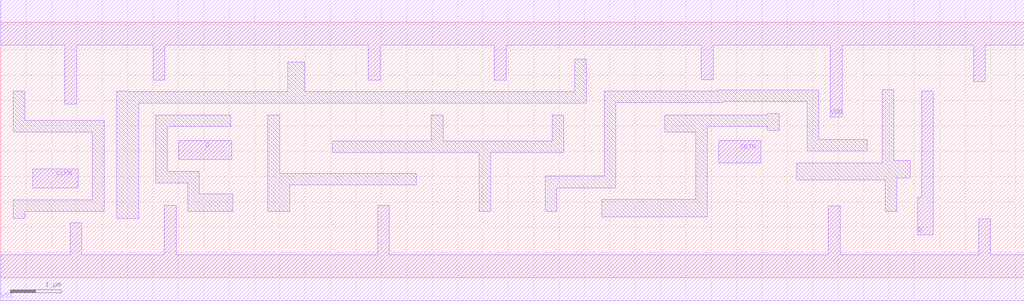
<source format=lef>
# Copyright 2022 GlobalFoundries PDK Authors
#
# Licensed under the Apache License, Version 2.0 (the "License");
# you may not use this file except in compliance with the License.
# You may obtain a copy of the License at
#
#      http://www.apache.org/licenses/LICENSE-2.0
#
# Unless required by applicable law or agreed to in writing, software
# distributed under the License is distributed on an "AS IS" BASIS,
# WITHOUT WARRANTIES OR CONDITIONS OF ANY KIND, either express or implied.
# See the License for the specific language governing permissions and
# limitations under the License.

MACRO gf180mcu_fd_sc_mcu9t5v0__dffnsnq_1
  CLASS core ;
  FOREIGN gf180mcu_fd_sc_mcu9t5v0__dffnsnq_1 0.0 0.0 ;
  ORIGIN 0 0 ;
  SYMMETRY X Y ;
  SITE GF018hv5v_green_sc9 ;
  SIZE 20.16 BY 5.04 ;
  PIN D
    DIRECTION INPUT ;
    ANTENNAGATEAREA 0.854 ;
    PORT
      LAYER METAL1 ;
        POLYGON 3.51 2.33 4.55 2.33 4.55 2.71 3.51 2.71  ;
    END
  END D
  PIN SETN
    DIRECTION INPUT ;
    ANTENNAGATEAREA 1.854 ;
    PORT
      LAYER METAL1 ;
        POLYGON 14.15 2.265 14.975 2.265 14.975 2.71 14.15 2.71  ;
    END
  END SETN
  PIN CLKN
    DIRECTION INPUT ;
    USE clock ;
    ANTENNAGATEAREA 1.164 ;
    PORT
      LAYER METAL1 ;
        POLYGON 0.63 1.77 1.53 1.77 1.53 2.15 0.63 2.15  ;
    END
  END CLKN
  PIN Q
    DIRECTION OUTPUT ;
    ANTENNADIFFAREA 1.386 ;
    PORT
      LAYER METAL1 ;
        POLYGON 18.07 0.845 18.375 0.845 18.375 3.685 18.145 3.685 18.145 1.59 18.07 1.59  ;
    END
  END Q
  PIN VDD
    DIRECTION INOUT ;
    USE power ;
    SHAPE ABUTMENT ;
    PORT
      LAYER METAL1 ;
        POLYGON 0 4.59 1.265 4.59 1.265 3.425 1.495 3.425 1.495 4.59 2.035 4.59 3.005 4.59 3.005 3.905 3.235 3.905 3.235 4.59 7.245 4.59 7.245 3.905 7.475 3.905 7.475 4.59 9.725 4.59 9.725 3.905 9.955 3.905 9.955 4.59 11.535 4.59 13.805 4.59 13.805 3.915 14.035 3.915 14.035 4.59 16.345 4.59 16.345 3.175 16.575 3.175 16.575 4.59 17.07 4.59 17.915 4.59 19.165 4.59 19.165 3.875 19.395 3.875 19.395 4.59 20.16 4.59 20.16 5.49 17.915 5.49 17.07 5.49 11.535 5.49 2.035 5.49 0 5.49  ;
    END
  END VDD
  PIN VSS
    DIRECTION INOUT ;
    USE ground ;
    SHAPE ABUTMENT ;
    PORT
      LAYER METAL1 ;
        POLYGON 0 -0.45 20.16 -0.45 20.16 0.45 19.495 0.45 19.495 1.165 19.265 1.165 19.265 0.45 16.535 0.45 16.535 1.42 16.305 1.42 16.305 0.45 7.655 0.45 7.655 1.425 7.425 1.425 7.425 0.45 3.455 0.45 3.455 1.425 3.225 1.425 3.225 0.45 1.595 0.45 1.595 1.08 1.365 1.08 1.365 0.45 0 0.45  ;
    END
  END VSS
  OBS
      LAYER METAL1 ;
        POLYGON 0.245 2.875 1.805 2.875 1.805 1.54 0.245 1.54 0.245 1.17 0.475 1.17 0.475 1.31 2.035 1.31 2.035 3.105 0.475 3.105 0.475 3.685 0.245 3.685  ;
        POLYGON 3.05 1.87 3.685 1.87 3.685 1.315 4.575 1.315 4.575 1.655 3.915 1.655 3.915 2.1 3.28 2.1 3.28 2.985 4.53 2.985 4.53 3.215 3.05 3.215  ;
        POLYGON 5.265 1.315 5.695 1.315 5.695 1.83 8.19 1.83 8.19 2.06 5.495 2.06 5.495 3.215 5.265 3.215  ;
        POLYGON 6.53 2.47 9.425 2.47 9.425 1.315 9.655 1.315 9.655 2.47 11.095 2.47 11.095 3.215 10.865 3.215 10.865 2.7 8.715 2.7 8.715 3.215 8.485 3.215 8.485 2.7 6.53 2.7  ;
        POLYGON 2.285 1.17 2.715 1.17 2.715 3.445 11.535 3.445 11.535 4.315 11.305 4.315 11.305 3.675 5.99 3.675 5.99 4.26 5.65 4.26 5.65 3.675 2.515 3.675 2.515 3.685 2.285 3.685  ;
        POLYGON 13.085 2.875 13.69 2.875 13.69 1.545 11.845 1.545 11.845 1.205 13.92 1.205 13.92 2.985 15.105 2.985 15.105 2.905 15.335 2.905 15.335 3.245 15.105 3.245 15.105 3.215 13.085 3.215  ;
        POLYGON 10.725 1.315 10.955 1.315 10.955 1.775 12.115 1.775 12.115 3.455 14.225 3.455 14.225 3.475 15.885 3.475 15.885 2.5 17.07 2.5 17.07 2.73 16.115 2.73 16.115 3.705 14.13 3.705 14.13 3.685 11.885 3.685 11.885 2.005 10.725 2.005  ;
        POLYGON 15.685 1.93 17.425 1.93 17.425 1.315 17.655 1.315 17.655 1.975 17.915 1.975 17.915 2.315 17.595 2.315 17.595 3.715 17.365 3.715 17.365 2.27 15.685 2.27  ;
  END
END gf180mcu_fd_sc_mcu9t5v0__dffnsnq_1

</source>
